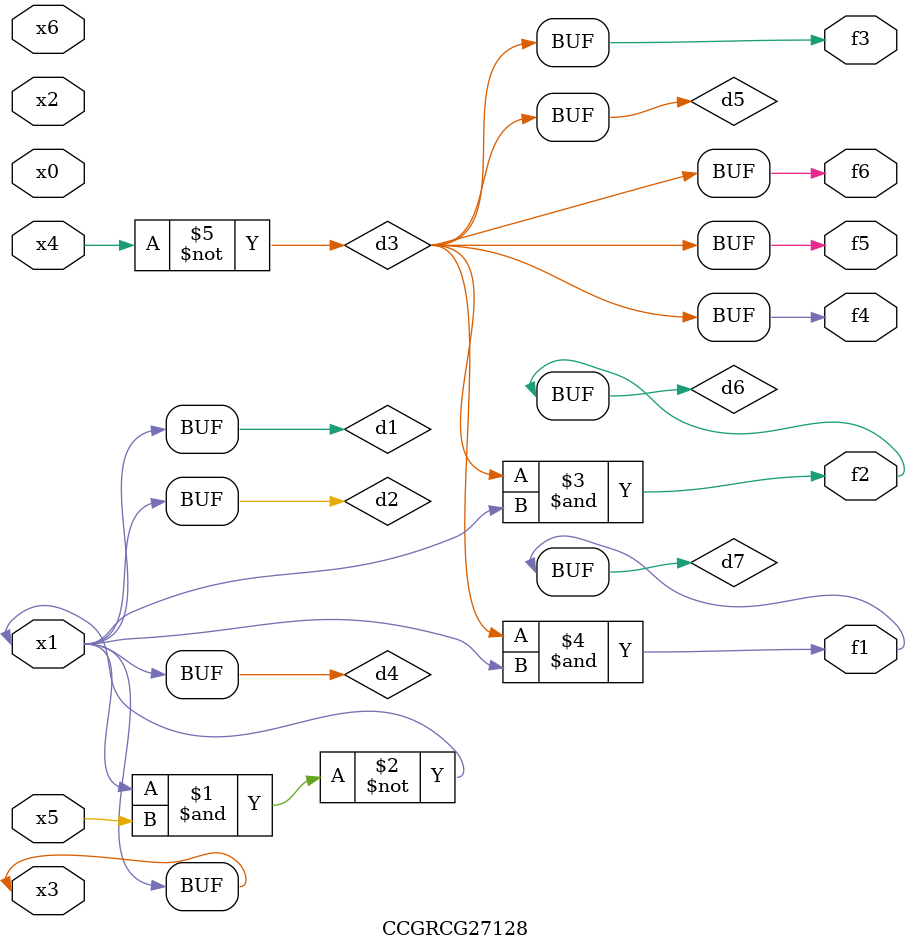
<source format=v>
module CCGRCG27128(
	input x0, x1, x2, x3, x4, x5, x6,
	output f1, f2, f3, f4, f5, f6
);

	wire d1, d2, d3, d4, d5, d6, d7;

	buf (d1, x1, x3);
	nand (d2, x1, x5);
	not (d3, x4);
	buf (d4, d1, d2);
	buf (d5, d3);
	and (d6, d3, d4);
	and (d7, d3, d4);
	assign f1 = d7;
	assign f2 = d6;
	assign f3 = d5;
	assign f4 = d5;
	assign f5 = d5;
	assign f6 = d5;
endmodule

</source>
